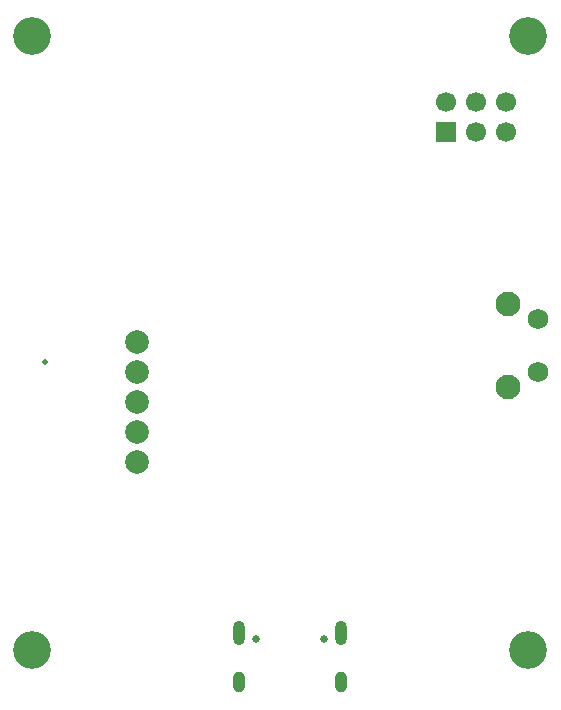
<source format=gbr>
%TF.GenerationSoftware,KiCad,Pcbnew,9.0.4*%
%TF.CreationDate,2025-09-29T13:15:34+05:30*%
%TF.ProjectId,ESP32_Project_1,45535033-325f-4507-926f-6a6563745f31,rev?*%
%TF.SameCoordinates,Original*%
%TF.FileFunction,Soldermask,Bot*%
%TF.FilePolarity,Negative*%
%FSLAX46Y46*%
G04 Gerber Fmt 4.6, Leading zero omitted, Abs format (unit mm)*
G04 Created by KiCad (PCBNEW 9.0.4) date 2025-09-29 13:15:34*
%MOMM*%
%LPD*%
G01*
G04 APERTURE LIST*
%ADD10C,3.200000*%
%ADD11C,0.500000*%
%ADD12C,2.100000*%
%ADD13C,1.750000*%
%ADD14C,0.650000*%
%ADD15O,1.000000X2.100000*%
%ADD16O,1.000000X1.800000*%
%ADD17R,1.700000X1.700000*%
%ADD18C,1.700000*%
%ADD19C,2.000000*%
G04 APERTURE END LIST*
D10*
%TO.C,H4*%
X226000000Y-116000000D03*
%TD*%
D11*
%TO.C,MK1*%
X185100000Y-91602000D03*
%TD*%
D12*
%TO.C,SW3*%
X224310000Y-86750000D03*
X224310000Y-93760000D03*
D13*
X226800000Y-88000000D03*
X226800000Y-92500000D03*
%TD*%
D10*
%TO.C,H2*%
X226000000Y-64000000D03*
%TD*%
%TO.C,H3*%
X184000000Y-116000000D03*
%TD*%
D14*
%TO.C,J1*%
X202910000Y-115075000D03*
X208690000Y-115075000D03*
D15*
X201480000Y-114575000D03*
D16*
X201480000Y-118755000D03*
D15*
X210120000Y-114575000D03*
D16*
X210120000Y-118755000D03*
%TD*%
D17*
%TO.C,J2*%
X219020000Y-72140000D03*
D18*
X219020000Y-69600000D03*
X221560000Y-72140000D03*
X221560000Y-69600000D03*
X224100000Y-72140000D03*
X224100000Y-69600000D03*
%TD*%
D19*
%TO.C,DFR_C1*%
X192870000Y-89940075D03*
X192870000Y-92480075D03*
X192870000Y-95020075D03*
X192870000Y-97560075D03*
X192870000Y-100100075D03*
%TD*%
D10*
%TO.C,H1*%
X184000000Y-64000000D03*
%TD*%
M02*

</source>
